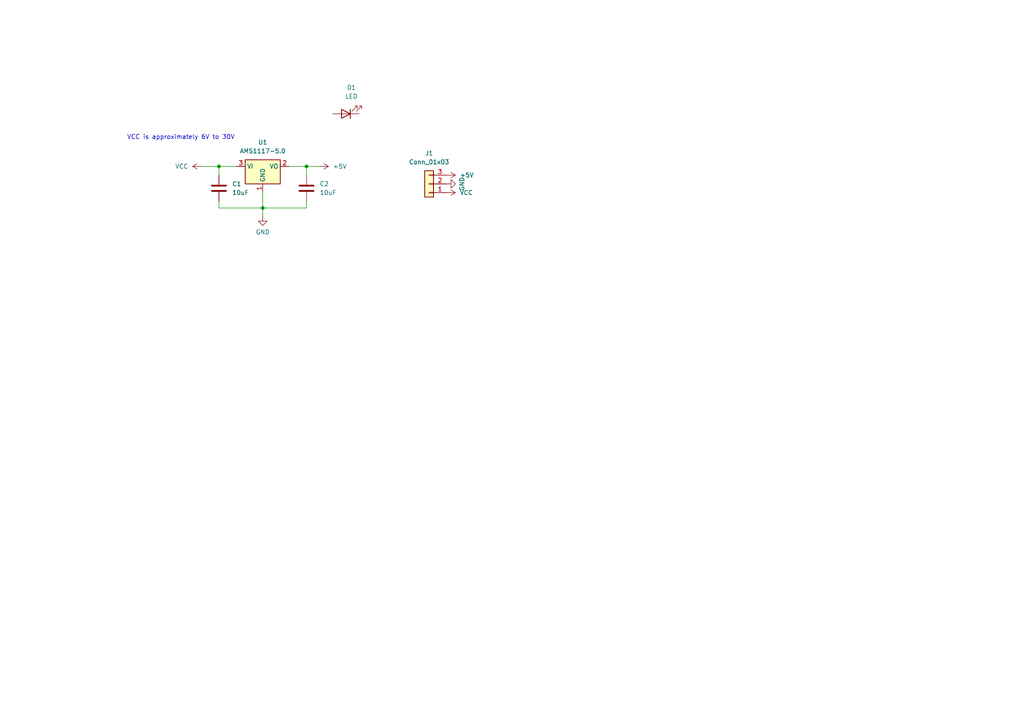
<source format=kicad_sch>
(kicad_sch (version 20230121) (generator eeschema)
  (paper "A4")
  (lib_symbols
    (symbol "Connector_Generic:Conn_01x03" (pin_names (offset 1.016) hide)
      (property "Reference" "J" (at 0 5.08 0))
      (property "Value" "Conn_01x03" (at 0 -5.08 0))
      (symbol "Conn_01x03_1_1"
        (rectangle (start -1.27 -2.413) (end 0 -2.667) (stroke (width 0.1524)))
        (rectangle (start -1.27 0.127) (end 0 -0.127) (stroke (width 0.1524)))
        (rectangle (start -1.27 2.667) (end 0 2.413) (stroke (width 0.1524)))
        (rectangle (start -1.27 3.81) (end 1.27 -3.81) (stroke (width 0.254)) (fill (type background)))
        (pin passive line (at -5.08 2.54 0) (length 3.81) (name "Pin_1") (number "1"))
        (pin passive line (at -5.08 0 0) (length 3.81) (name "Pin_2") (number "2"))
        (pin passive line (at -5.08 -2.54 0) (length 3.81) (name "Pin_3") (number "3"))
      )
    )
    (symbol "Device:C" (pin_numbers hide) (pin_names (offset 0.254))
      (property "Reference" "C" (at 0.635 2.54 0))
      (property "Value" "C" (at 0.635 -2.54 0))
      (symbol "C_0_1"
        (polyline (pts (xy -2.032 -0.762) (xy 2.032 -0.762)) (stroke (width 0.508)))
        (polyline (pts (xy -2.032 0.762) (xy 2.032 0.762)) (stroke (width 0.508)))
      )
      (symbol "C_1_1"
        (pin passive line (at 0 3.81 270) (length 2.794) (name "~") (number "1"))
        (pin passive line (at 0 -3.81 90) (length 2.794) (name "~") (number "2"))
      )
    )
    (symbol "Device:LED" (pin_numbers hide) (pin_names (offset 1.016) hide)
      (property "Reference" "D" (at 0 2.54 0))
      (property "Value" "LED" (at 0 -2.54 0))
      (symbol "LED_0_1"
        (polyline (pts (xy -1.27 -1.27) (xy -1.27 1.27)) (stroke (width 0.254)))
        (polyline (pts (xy -1.27 0) (xy 1.27 0)))
        (polyline (pts (xy 1.27 -1.27) (xy 1.27 1.27) (xy -1.27 0) (xy 1.27 -1.27)) (stroke (width 0.254)))
        (polyline (pts (xy -3.048 -0.762) (xy -4.572 -2.286) (xy -3.81 -2.286) (xy -4.572 -2.286) (xy -4.572 -1.524)))
        (polyline (pts (xy -1.778 -0.762) (xy -3.302 -2.286) (xy -2.54 -2.286) (xy -3.302 -2.286) (xy -3.302 -1.524)))
      )
      (symbol "LED_1_1"
        (pin passive line (at -3.81 0 0) (length 2.54) (name "K") (number "1"))
        (pin passive line (at 3.81 0 180) (length 2.54) (name "A") (number "2"))
      )
    )
    (symbol "Regulator_Linear:AMS1117-5.0"
      (property "Reference" "U" (at -3.81 3.175 0))
      (property "Value" "AMS1117-5.0" (at 0 3.175 0))
      (symbol "AMS1117-5.0_0_1"
        (rectangle (start -5.08 -5.08) (end 5.08 1.905) (stroke (width 0.254)) (fill (type background)))
      )
      (symbol "AMS1117-5.0_1_1"
        (pin power_in line (at 0 -7.62 90) (length 2.54) (name "GND") (number "1"))
        (pin power_out line (at 7.62 0 180) (length 2.54) (name "VO") (number "2"))
        (pin power_in line (at -7.62 0 0) (length 2.54) (name "VI") (number "3"))
      )
    )
    (symbol "power:+5V" (power) (pin_names (offset 0))
      (property "Value" "+5V" (at 0 3.556 0))
      (symbol "+5V_0_1"
        (polyline (pts (xy -0.762 1.27) (xy 0 2.54)))
        (polyline (pts (xy 0 0) (xy 0 2.54)))
        (polyline (pts (xy 0 2.54) (xy 0.762 1.27)))
      )
      (symbol "+5V_1_1"
        (pin power_in line (at 0 0 90) (length 0) hide (name "+5V") (number "1"))
      )
    )
    (symbol "power:GND" (power) (pin_names (offset 0))
      (property "Value" "GND" (at 0 -3.81 0))
      (symbol "GND_0_1"
        (polyline (pts (xy 0 0) (xy 0 -1.27) (xy 1.27 -1.27) (xy 0 -2.54) (xy -1.27 -1.27) (xy 0 -1.27)))
      )
      (symbol "GND_1_1"
        (pin power_in line (at 0 0 270) (length 0) hide (name "GND") (number "1"))
      )
    )
    (symbol "power:VCC" (power) (pin_names (offset 0))
      (property "Value" "VCC" (at 0 3.81 0))
      (symbol "VCC_0_1"
        (polyline (pts (xy -0.762 1.27) (xy 0 2.54)))
        (polyline (pts (xy 0 0) (xy 0 2.54)))
        (polyline (pts (xy 0 2.54) (xy 0.762 1.27)))
      )
      (symbol "VCC_1_1"
        (pin power_in line (at 0 0 90) (length 0) hide (name "VCC") (number "1"))
      )
    )
  )
  (junction (at 63.5 48.26))
  (junction (at 76.2 60.325))
  (junction (at 88.9 48.26))
  (wire (pts (xy 76.2 60.325) (xy 88.9 60.325)))
  (wire (pts (xy 63.5 60.325) (xy 76.2 60.325)))
  (wire (pts (xy 88.9 48.26) (xy 92.71 48.26)))
  (wire (pts (xy 58.42 48.26) (xy 63.5 48.26)))
  (wire (pts (xy 63.5 48.26) (xy 63.5 50.8)))
  (wire (pts (xy 88.9 48.26) (xy 88.9 50.8)))
  (wire (pts (xy 76.2 55.88) (xy 76.2 60.325)))
  (wire (pts (xy 76.2 60.325) (xy 76.2 62.865)))
  (wire (pts (xy 88.9 58.42) (xy 88.9 60.325)))
  (wire (pts (xy 63.5 58.42) (xy 63.5 60.325)))
  (wire (pts (xy 83.82 48.26) (xy 88.9 48.26)))
  (wire (pts (xy 63.5 48.26) (xy 68.58 48.26)))
  (text "VCC is approximately 6V to 30V" (at 36.83 40.64 0) (effects (font (size 1.27 1.27)) (justify left bottom)))
  (symbol (lib_id "Connector_Generic:Conn_01x03") (at 124.46 53.34 180) (unit 1)
    (property "Reference" "J1" (at 124.46 44.45 0))
    (property "Value" "Conn_01x03" (at 124.46 46.99 0))
  )
  (symbol (lib_id "power:VCC") (at 129.54 55.88 270) (unit 1)
    (property "Reference" "#PWR01" (effects hide))
    (property "Value" "VCC" (at 133.35 55.88 90) (effects (justify left)))
  )
  (symbol (lib_id "power:GND") (at 76.2 62.865 0) (unit 1)
    (property "Reference" "#PWR02" (effects hide))
    (property "Value" "GND" (at 76.2 67.31 0))
    (property "Footprint" "Package_TO_SOT_SMD:SOT-223" (effects hide))
  )
  (symbol (lib_id "power:+5V") (at 92.71 48.26 270) (unit 1)
    (property "Reference" "#PWR03" (effects hide))
    (property "Value" "+5V" (at 96.52 48.26 90) (effects (justify left)))
  )
  (symbol (lib_id "power:VCC") (at 58.42 48.26 90) (unit 1)
    (property "Reference" "#PWR04" (effects hide))
    (property "Value" "VCC" (at 54.61 48.26 90) (effects (justify left)))
  )
  (symbol (lib_id "Device:C") (at 88.9 54.61 0) (unit 1)
    (property "Reference" "C2" (at 92.71 53.34 0) (effects (justify left)))
    (property "Value" "10uF" (at 92.71 55.88 0) (effects (justify left)))
    (property "Footprint" "Capacitor_SMD:C_0402_1005Metric_Pad0.74x0.62mm_HandSolder" (effects hide))
    (property "LCSC" "C15525" (effects hide))
  )
  (symbol (lib_id "Device:LED") (at 100.33 33.02 180) (unit 1)
    (property "Reference" "D1" (at 101.9175 25.4 0))
    (property "Value" "LED" (at 101.9175 27.94 0))
  )
  (symbol (lib_id "Device:C") (at 63.5 54.61 0) (unit 1)
    (property "Reference" "C1" (at 67.31 53.34 0) (effects (justify left)))
    (property "Value" "10uF" (at 67.31 55.88 0) (effects (justify left)))
    (property "Footprint" "Capacitor_SMD:C_0402_1005Metric_Pad0.74x0.62mm_HandSolder" (effects hide))
    (property "LCSC" "C15525" (effects hide))
  )
  (symbol (lib_id "Regulator_Linear:AMS1117-5.0") (at 76.2 48.26 0) (unit 1)
    (property "Reference" "U1" (at 76.2 41.275 0))
    (property "Value" "AMS1117-5.0" (at 76.2 43.815 0))
    (property "Footprint" "EasyEDA_Footprints:SOT-223-3_L6.7-W3.7-P2.30-LS7.0-BR" (effects hide))
    (property "Datasheet" "http://www.advanced-monolithic.com/pdf/ds1117.pdf" (effects hide))
    (property "LCSC" "C917153" (effects hide))
  )
  (symbol (lib_id "power:+5V") (at 129.54 50.8 270) (unit 1)
    (property "Reference" "#PWR06" (effects hide))
    (property "Value" "+5V" (at 133.35 50.8 90) (effects (justify left)))
  )
  (symbol (lib_id "power:GND") (at 129.54 53.34 90) (unit 1)
    (property "Reference" "#PWR05" (effects hide))
    (property "Value" "GND" (at 133.985 53.34 0))
    (property "Footprint" "Package_TO_SOT_SMD:SOT-223" (effects hide))
  )
)
</source>
